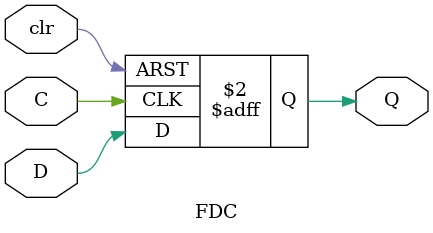
<source format=sv>
module Q7( input logic async_sig, 
		input logic outclk,
		output logic out_sync_sig,
		input logic VCC,
		input logic GND);

wire QA,QB,QC;
wire Q_1;

		
FDC A(.D(VCC),.Q(QA),.C(async_sig),.clr(Q_1));
FDC B(.D(QA),.Q(QB),.C(outclk),.clr(GND));
FDC C(.D(QB),.Q(out_sync_sig),.C(outclk),.clr(GND));
FDC FDC_1(.D(),.Q(Q_1),.C(outclk),.clr(GND));		
		
endmodule
		

////////////////////////////////////////////////////


module FDC( D, Q, C, clr);

input logic C, D, clr;  // D is in
output logic Q; // Q is out


always_ff@( posedge C, posedge clr) begin

if (clr) 
Q<=0;

else 

Q<=D;

end 


endmodule
</source>
